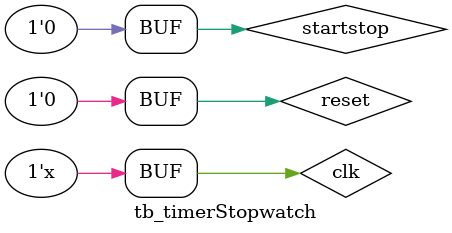
<source format=v>
`timescale 1ns / 1ps

module tb_timerStopwatch;

reg clk; 
reg reset; 
reg startstop;

wire [15:0] value;
wire [2:0] state;

mode1 u1(.clk(clk), .reset(reset), .startstop(startstop), .value(value), .state(state));

initial 
begin 
clk = 1;
reset = 1;

#50
reset = 0;
startstop = 1;

#50
reset = 0;
startstop = 0;

#50                      
reset = 1;               
startstop = 0;

#50
reset = 0;
startstop = 1;

#150
reset = 0;
startstop = 0;

#50
reset = 0;
startstop = 1;

#150
reset = 0;
startstop = 0;

end 

always
#5 clk = ~clk;

endmodule

</source>
